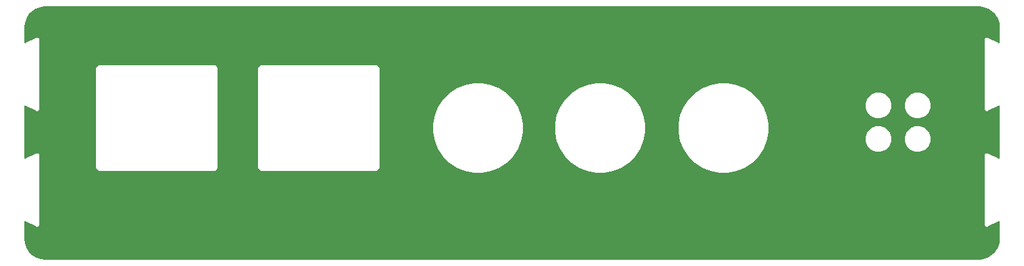
<source format=gbr>
G04 EAGLE Gerber RS-274X export*
G75*
%MOMM*%
%FSLAX34Y34*%
%LPD*%
%INTop Copper*%
%IPPOS*%
%AMOC8*
5,1,8,0,0,1.08239X$1,22.5*%
G01*
%ADD10C,4.316000*%

G36*
X1300022Y2543D02*
X1300022Y2543D01*
X1300100Y2545D01*
X1304197Y2867D01*
X1304264Y2881D01*
X1304333Y2885D01*
X1304489Y2925D01*
X1312282Y5457D01*
X1312390Y5508D01*
X1312500Y5551D01*
X1312551Y5584D01*
X1312570Y5593D01*
X1312586Y5606D01*
X1312636Y5638D01*
X1319265Y10454D01*
X1319352Y10535D01*
X1319443Y10611D01*
X1319482Y10658D01*
X1319497Y10672D01*
X1319508Y10689D01*
X1319546Y10735D01*
X1324362Y17364D01*
X1324420Y17468D01*
X1324483Y17568D01*
X1324506Y17625D01*
X1324516Y17643D01*
X1324521Y17662D01*
X1324543Y17718D01*
X1327075Y25511D01*
X1327088Y25579D01*
X1327110Y25644D01*
X1327133Y25803D01*
X1327455Y29900D01*
X1327454Y29922D01*
X1327459Y30000D01*
X1327459Y53835D01*
X1327447Y53929D01*
X1327445Y54024D01*
X1327428Y54086D01*
X1327419Y54151D01*
X1327385Y54239D01*
X1327359Y54330D01*
X1327326Y54386D01*
X1327302Y54447D01*
X1327247Y54523D01*
X1327199Y54605D01*
X1327154Y54651D01*
X1327116Y54704D01*
X1327043Y54764D01*
X1326976Y54832D01*
X1326921Y54865D01*
X1326871Y54907D01*
X1326785Y54947D01*
X1326704Y54996D01*
X1326642Y55015D01*
X1326583Y55042D01*
X1326490Y55060D01*
X1326399Y55087D01*
X1326334Y55090D01*
X1326271Y55102D01*
X1326176Y55096D01*
X1326082Y55100D01*
X1326018Y55086D01*
X1325953Y55082D01*
X1325863Y55053D01*
X1325771Y55033D01*
X1325668Y54990D01*
X1325651Y54984D01*
X1325642Y54979D01*
X1325622Y54971D01*
X1311689Y48004D01*
X1311587Y47935D01*
X1311480Y47873D01*
X1311441Y47838D01*
X1311425Y47827D01*
X1311411Y47811D01*
X1311359Y47766D01*
X1311052Y47459D01*
X1310899Y47459D01*
X1310845Y47452D01*
X1310791Y47455D01*
X1310688Y47433D01*
X1310584Y47419D01*
X1310533Y47399D01*
X1310480Y47388D01*
X1310332Y47325D01*
X1310195Y47257D01*
X1309783Y47394D01*
X1309662Y47418D01*
X1309542Y47449D01*
X1309490Y47452D01*
X1309471Y47456D01*
X1309450Y47455D01*
X1309382Y47459D01*
X1308948Y47459D01*
X1308839Y47567D01*
X1308796Y47601D01*
X1308759Y47641D01*
X1308671Y47698D01*
X1308588Y47762D01*
X1308538Y47784D01*
X1308492Y47814D01*
X1308343Y47874D01*
X1308198Y47922D01*
X1308004Y48311D01*
X1307935Y48413D01*
X1307873Y48520D01*
X1307838Y48559D01*
X1307827Y48575D01*
X1307811Y48589D01*
X1307766Y48641D01*
X1307459Y48948D01*
X1307459Y49101D01*
X1307452Y49155D01*
X1307455Y49209D01*
X1307433Y49312D01*
X1307419Y49416D01*
X1307399Y49467D01*
X1307388Y49520D01*
X1307325Y49668D01*
X1307257Y49805D01*
X1307394Y50217D01*
X1307418Y50338D01*
X1307449Y50458D01*
X1307452Y50510D01*
X1307456Y50529D01*
X1307455Y50550D01*
X1307459Y50618D01*
X1307459Y144382D01*
X1307444Y144504D01*
X1307435Y144627D01*
X1307422Y144678D01*
X1307419Y144697D01*
X1307412Y144717D01*
X1307394Y144783D01*
X1307257Y145195D01*
X1307325Y145332D01*
X1307343Y145383D01*
X1307370Y145431D01*
X1307396Y145533D01*
X1307431Y145632D01*
X1307435Y145686D01*
X1307449Y145739D01*
X1307459Y145899D01*
X1307459Y146052D01*
X1307766Y146359D01*
X1307842Y146457D01*
X1307923Y146550D01*
X1307949Y146596D01*
X1307961Y146611D01*
X1307970Y146630D01*
X1308004Y146689D01*
X1308198Y147078D01*
X1308343Y147126D01*
X1308392Y147149D01*
X1308445Y147165D01*
X1308535Y147218D01*
X1308630Y147263D01*
X1308672Y147299D01*
X1308719Y147326D01*
X1308839Y147433D01*
X1308948Y147541D01*
X1309382Y147541D01*
X1309504Y147556D01*
X1309627Y147565D01*
X1309678Y147578D01*
X1309697Y147581D01*
X1309717Y147588D01*
X1309783Y147606D01*
X1310195Y147743D01*
X1310332Y147675D01*
X1310383Y147657D01*
X1310431Y147630D01*
X1310533Y147604D01*
X1310632Y147569D01*
X1310686Y147565D01*
X1310739Y147551D01*
X1310899Y147541D01*
X1311052Y147541D01*
X1311359Y147234D01*
X1311457Y147158D01*
X1311550Y147077D01*
X1311596Y147051D01*
X1311611Y147039D01*
X1311630Y147030D01*
X1311689Y146996D01*
X1325622Y140029D01*
X1325712Y139998D01*
X1325797Y139958D01*
X1325861Y139946D01*
X1325922Y139924D01*
X1326017Y139916D01*
X1326110Y139898D01*
X1326174Y139902D01*
X1326239Y139896D01*
X1326333Y139912D01*
X1326427Y139918D01*
X1326489Y139938D01*
X1326553Y139948D01*
X1326640Y139987D01*
X1326729Y140016D01*
X1326784Y140051D01*
X1326844Y140077D01*
X1326918Y140135D01*
X1326998Y140186D01*
X1327043Y140233D01*
X1327094Y140274D01*
X1327151Y140349D01*
X1327216Y140418D01*
X1327247Y140474D01*
X1327287Y140526D01*
X1327324Y140613D01*
X1327370Y140696D01*
X1327386Y140759D01*
X1327411Y140819D01*
X1327425Y140913D01*
X1327449Y141004D01*
X1327456Y141115D01*
X1327459Y141133D01*
X1327458Y141143D01*
X1327459Y141165D01*
X1327459Y211335D01*
X1327447Y211429D01*
X1327445Y211524D01*
X1327428Y211586D01*
X1327419Y211651D01*
X1327385Y211739D01*
X1327359Y211830D01*
X1327326Y211886D01*
X1327302Y211947D01*
X1327247Y212023D01*
X1327199Y212105D01*
X1327154Y212151D01*
X1327116Y212204D01*
X1327043Y212264D01*
X1326976Y212332D01*
X1326921Y212365D01*
X1326871Y212407D01*
X1326785Y212447D01*
X1326704Y212496D01*
X1326642Y212515D01*
X1326583Y212542D01*
X1326490Y212560D01*
X1326399Y212587D01*
X1326334Y212590D01*
X1326271Y212602D01*
X1326176Y212596D01*
X1326082Y212600D01*
X1326018Y212586D01*
X1325953Y212582D01*
X1325863Y212553D01*
X1325771Y212533D01*
X1325668Y212490D01*
X1325651Y212484D01*
X1325642Y212479D01*
X1325622Y212471D01*
X1311689Y205504D01*
X1311630Y205465D01*
X1311628Y205464D01*
X1311619Y205457D01*
X1311587Y205435D01*
X1311480Y205373D01*
X1311441Y205338D01*
X1311425Y205327D01*
X1311411Y205311D01*
X1311374Y205279D01*
X1311371Y205277D01*
X1311370Y205275D01*
X1311359Y205266D01*
X1311052Y204959D01*
X1310899Y204959D01*
X1310845Y204952D01*
X1310791Y204955D01*
X1310688Y204933D01*
X1310584Y204919D01*
X1310533Y204899D01*
X1310480Y204888D01*
X1310332Y204825D01*
X1310195Y204757D01*
X1309783Y204894D01*
X1309662Y204918D01*
X1309542Y204949D01*
X1309490Y204952D01*
X1309471Y204956D01*
X1309450Y204955D01*
X1309382Y204959D01*
X1308948Y204959D01*
X1308839Y205067D01*
X1308796Y205101D01*
X1308759Y205141D01*
X1308671Y205198D01*
X1308588Y205262D01*
X1308538Y205284D01*
X1308492Y205314D01*
X1308343Y205374D01*
X1308198Y205422D01*
X1308004Y205811D01*
X1307935Y205913D01*
X1307873Y206020D01*
X1307838Y206059D01*
X1307827Y206075D01*
X1307811Y206089D01*
X1307766Y206141D01*
X1307459Y206448D01*
X1307459Y206601D01*
X1307452Y206655D01*
X1307455Y206709D01*
X1307433Y206812D01*
X1307419Y206916D01*
X1307399Y206967D01*
X1307388Y207020D01*
X1307325Y207168D01*
X1307257Y207305D01*
X1307394Y207717D01*
X1307418Y207838D01*
X1307449Y207958D01*
X1307452Y208010D01*
X1307456Y208029D01*
X1307455Y208050D01*
X1307459Y208118D01*
X1307459Y301882D01*
X1307444Y302004D01*
X1307435Y302127D01*
X1307422Y302178D01*
X1307419Y302197D01*
X1307412Y302217D01*
X1307394Y302283D01*
X1307257Y302695D01*
X1307325Y302832D01*
X1307343Y302883D01*
X1307370Y302931D01*
X1307396Y303033D01*
X1307431Y303132D01*
X1307435Y303186D01*
X1307449Y303239D01*
X1307459Y303399D01*
X1307459Y303552D01*
X1307766Y303859D01*
X1307842Y303957D01*
X1307923Y304050D01*
X1307949Y304096D01*
X1307961Y304111D01*
X1307970Y304130D01*
X1308004Y304189D01*
X1308198Y304578D01*
X1308343Y304626D01*
X1308392Y304649D01*
X1308445Y304665D01*
X1308535Y304718D01*
X1308630Y304763D01*
X1308672Y304798D01*
X1308719Y304826D01*
X1308839Y304933D01*
X1308948Y305041D01*
X1309382Y305041D01*
X1309504Y305056D01*
X1309627Y305065D01*
X1309678Y305078D01*
X1309697Y305081D01*
X1309717Y305088D01*
X1309783Y305106D01*
X1310195Y305243D01*
X1310332Y305175D01*
X1310383Y305157D01*
X1310431Y305130D01*
X1310533Y305104D01*
X1310632Y305069D01*
X1310686Y305065D01*
X1310739Y305051D01*
X1310899Y305041D01*
X1311052Y305041D01*
X1311359Y304734D01*
X1311457Y304658D01*
X1311550Y304577D01*
X1311596Y304551D01*
X1311611Y304539D01*
X1311630Y304530D01*
X1311689Y304496D01*
X1325622Y297529D01*
X1325712Y297498D01*
X1325797Y297458D01*
X1325861Y297446D01*
X1325922Y297424D01*
X1326017Y297416D01*
X1326110Y297398D01*
X1326174Y297402D01*
X1326239Y297396D01*
X1326333Y297412D01*
X1326427Y297418D01*
X1326489Y297438D01*
X1326553Y297448D01*
X1326640Y297487D01*
X1326729Y297516D01*
X1326784Y297551D01*
X1326844Y297577D01*
X1326918Y297635D01*
X1326998Y297686D01*
X1327043Y297733D01*
X1327094Y297774D01*
X1327151Y297849D01*
X1327216Y297918D01*
X1327247Y297974D01*
X1327287Y298026D01*
X1327324Y298113D01*
X1327370Y298196D01*
X1327386Y298259D01*
X1327411Y298319D01*
X1327425Y298413D01*
X1327449Y298504D01*
X1327456Y298615D01*
X1327459Y298633D01*
X1327458Y298643D01*
X1327459Y298665D01*
X1327459Y320000D01*
X1327457Y320022D01*
X1327455Y320100D01*
X1327133Y324197D01*
X1327119Y324264D01*
X1327115Y324333D01*
X1327075Y324489D01*
X1324543Y332282D01*
X1324492Y332390D01*
X1324449Y332500D01*
X1324416Y332551D01*
X1324407Y332570D01*
X1324394Y332586D01*
X1324362Y332636D01*
X1319546Y339265D01*
X1319465Y339352D01*
X1319389Y339443D01*
X1319342Y339482D01*
X1319328Y339497D01*
X1319311Y339508D01*
X1319265Y339546D01*
X1312636Y344362D01*
X1312532Y344420D01*
X1312432Y344483D01*
X1312375Y344506D01*
X1312357Y344516D01*
X1312338Y344521D01*
X1312282Y344543D01*
X1304489Y347075D01*
X1304421Y347088D01*
X1304356Y347110D01*
X1304197Y347133D01*
X1300100Y347455D01*
X1300078Y347454D01*
X1300000Y347459D01*
X30000Y347459D01*
X29978Y347457D01*
X29900Y347455D01*
X25803Y347133D01*
X25736Y347119D01*
X25667Y347115D01*
X25511Y347075D01*
X17718Y344543D01*
X17610Y344492D01*
X17500Y344449D01*
X17449Y344416D01*
X17430Y344407D01*
X17414Y344394D01*
X17364Y344362D01*
X10735Y339546D01*
X10648Y339465D01*
X10557Y339389D01*
X10518Y339342D01*
X10503Y339328D01*
X10492Y339311D01*
X10454Y339265D01*
X5638Y332636D01*
X5580Y332532D01*
X5517Y332432D01*
X5494Y332375D01*
X5484Y332357D01*
X5479Y332338D01*
X5457Y332282D01*
X2925Y324489D01*
X2912Y324421D01*
X2890Y324356D01*
X2867Y324197D01*
X2545Y320100D01*
X2546Y320078D01*
X2541Y320000D01*
X2541Y298665D01*
X2553Y298571D01*
X2555Y298476D01*
X2572Y298414D01*
X2581Y298349D01*
X2615Y298261D01*
X2641Y298170D01*
X2674Y298114D01*
X2698Y298053D01*
X2753Y297977D01*
X2801Y297895D01*
X2846Y297849D01*
X2884Y297796D01*
X2957Y297736D01*
X3024Y297668D01*
X3079Y297635D01*
X3129Y297593D01*
X3215Y297553D01*
X3296Y297504D01*
X3358Y297485D01*
X3417Y297458D01*
X3510Y297440D01*
X3601Y297413D01*
X3666Y297410D01*
X3729Y297398D01*
X3824Y297404D01*
X3918Y297400D01*
X3982Y297414D01*
X4047Y297418D01*
X4137Y297447D01*
X4229Y297467D01*
X4332Y297510D01*
X4349Y297516D01*
X4358Y297521D01*
X4378Y297529D01*
X18311Y304496D01*
X18413Y304565D01*
X18520Y304627D01*
X18559Y304662D01*
X18575Y304673D01*
X18589Y304689D01*
X18641Y304734D01*
X18948Y305041D01*
X19101Y305041D01*
X19155Y305048D01*
X19209Y305045D01*
X19312Y305067D01*
X19416Y305081D01*
X19467Y305101D01*
X19520Y305112D01*
X19668Y305175D01*
X19805Y305243D01*
X20217Y305106D01*
X20338Y305082D01*
X20458Y305051D01*
X20510Y305048D01*
X20529Y305044D01*
X20550Y305045D01*
X20618Y305041D01*
X21052Y305041D01*
X21161Y304933D01*
X21204Y304899D01*
X21241Y304859D01*
X21329Y304802D01*
X21412Y304738D01*
X21462Y304716D01*
X21508Y304686D01*
X21657Y304626D01*
X21802Y304578D01*
X21996Y304189D01*
X22064Y304087D01*
X22127Y303980D01*
X22162Y303941D01*
X22173Y303925D01*
X22189Y303911D01*
X22234Y303859D01*
X22541Y303552D01*
X22541Y303399D01*
X22548Y303345D01*
X22545Y303291D01*
X22567Y303188D01*
X22581Y303084D01*
X22601Y303033D01*
X22612Y302980D01*
X22675Y302832D01*
X22743Y302695D01*
X22606Y302283D01*
X22582Y302162D01*
X22551Y302042D01*
X22548Y301990D01*
X22544Y301971D01*
X22545Y301950D01*
X22541Y301882D01*
X22541Y208118D01*
X22556Y207996D01*
X22565Y207873D01*
X22578Y207822D01*
X22581Y207803D01*
X22588Y207783D01*
X22606Y207717D01*
X22743Y207305D01*
X22675Y207168D01*
X22657Y207117D01*
X22630Y207069D01*
X22604Y206968D01*
X22569Y206868D01*
X22565Y206814D01*
X22551Y206761D01*
X22541Y206601D01*
X22541Y206448D01*
X22234Y206141D01*
X22158Y206043D01*
X22077Y205950D01*
X22050Y205904D01*
X22039Y205889D01*
X22030Y205870D01*
X21996Y205811D01*
X21802Y205422D01*
X21657Y205374D01*
X21608Y205351D01*
X21555Y205335D01*
X21465Y205282D01*
X21370Y205237D01*
X21328Y205202D01*
X21281Y205174D01*
X21161Y205067D01*
X21052Y204959D01*
X20618Y204959D01*
X20496Y204944D01*
X20373Y204935D01*
X20322Y204922D01*
X20303Y204919D01*
X20283Y204912D01*
X20217Y204894D01*
X19805Y204757D01*
X19668Y204825D01*
X19617Y204843D01*
X19569Y204870D01*
X19468Y204896D01*
X19368Y204931D01*
X19314Y204935D01*
X19261Y204949D01*
X19101Y204959D01*
X18948Y204959D01*
X18641Y205266D01*
X18556Y205332D01*
X18507Y205378D01*
X18493Y205386D01*
X18450Y205423D01*
X18404Y205449D01*
X18389Y205461D01*
X18370Y205470D01*
X18311Y205504D01*
X4378Y212471D01*
X4288Y212502D01*
X4203Y212542D01*
X4139Y212554D01*
X4078Y212576D01*
X3983Y212584D01*
X3890Y212602D01*
X3826Y212598D01*
X3761Y212604D01*
X3667Y212588D01*
X3573Y212582D01*
X3511Y212562D01*
X3447Y212552D01*
X3360Y212513D01*
X3271Y212484D01*
X3216Y212449D01*
X3156Y212423D01*
X3082Y212365D01*
X3002Y212314D01*
X2957Y212267D01*
X2906Y212226D01*
X2849Y212151D01*
X2784Y212082D01*
X2753Y212026D01*
X2713Y211974D01*
X2676Y211886D01*
X2630Y211804D01*
X2614Y211741D01*
X2589Y211681D01*
X2575Y211587D01*
X2551Y211496D01*
X2544Y211385D01*
X2541Y211367D01*
X2542Y211357D01*
X2541Y211335D01*
X2541Y141165D01*
X2553Y141071D01*
X2555Y140976D01*
X2572Y140914D01*
X2581Y140849D01*
X2615Y140761D01*
X2641Y140670D01*
X2674Y140614D01*
X2698Y140553D01*
X2753Y140477D01*
X2801Y140395D01*
X2846Y140349D01*
X2884Y140296D01*
X2957Y140236D01*
X3024Y140168D01*
X3079Y140135D01*
X3129Y140093D01*
X3215Y140053D01*
X3296Y140004D01*
X3358Y139985D01*
X3417Y139958D01*
X3510Y139940D01*
X3601Y139913D01*
X3666Y139910D01*
X3729Y139898D01*
X3824Y139904D01*
X3918Y139900D01*
X3982Y139914D01*
X4047Y139918D01*
X4137Y139947D01*
X4229Y139967D01*
X4332Y140010D01*
X4349Y140016D01*
X4358Y140021D01*
X4378Y140029D01*
X18311Y146996D01*
X18413Y147065D01*
X18520Y147127D01*
X18559Y147162D01*
X18575Y147173D01*
X18589Y147189D01*
X18641Y147234D01*
X18948Y147541D01*
X19101Y147541D01*
X19155Y147548D01*
X19209Y147545D01*
X19312Y147567D01*
X19416Y147581D01*
X19467Y147601D01*
X19520Y147612D01*
X19668Y147675D01*
X19805Y147743D01*
X20217Y147606D01*
X20338Y147582D01*
X20458Y147551D01*
X20510Y147548D01*
X20529Y147544D01*
X20550Y147545D01*
X20618Y147541D01*
X21052Y147541D01*
X21161Y147433D01*
X21204Y147399D01*
X21241Y147359D01*
X21329Y147302D01*
X21412Y147238D01*
X21462Y147216D01*
X21508Y147186D01*
X21657Y147126D01*
X21802Y147078D01*
X21996Y146689D01*
X22065Y146587D01*
X22127Y146480D01*
X22162Y146441D01*
X22173Y146425D01*
X22189Y146411D01*
X22234Y146359D01*
X22541Y146052D01*
X22541Y145899D01*
X22548Y145845D01*
X22545Y145791D01*
X22567Y145688D01*
X22581Y145584D01*
X22601Y145533D01*
X22612Y145480D01*
X22675Y145332D01*
X22743Y145195D01*
X22606Y144783D01*
X22582Y144662D01*
X22551Y144542D01*
X22548Y144490D01*
X22544Y144471D01*
X22545Y144450D01*
X22541Y144382D01*
X22541Y50618D01*
X22556Y50496D01*
X22565Y50373D01*
X22578Y50322D01*
X22581Y50303D01*
X22588Y50283D01*
X22606Y50217D01*
X22743Y49805D01*
X22675Y49668D01*
X22657Y49617D01*
X22630Y49569D01*
X22604Y49468D01*
X22569Y49368D01*
X22565Y49314D01*
X22551Y49261D01*
X22541Y49101D01*
X22541Y48948D01*
X22234Y48641D01*
X22158Y48543D01*
X22077Y48450D01*
X22050Y48404D01*
X22039Y48389D01*
X22030Y48370D01*
X21996Y48311D01*
X21802Y47922D01*
X21657Y47874D01*
X21608Y47851D01*
X21555Y47835D01*
X21465Y47782D01*
X21370Y47737D01*
X21328Y47702D01*
X21281Y47674D01*
X21161Y47567D01*
X21052Y47459D01*
X20618Y47459D01*
X20496Y47444D01*
X20373Y47435D01*
X20322Y47422D01*
X20303Y47419D01*
X20283Y47412D01*
X20217Y47394D01*
X19805Y47257D01*
X19668Y47325D01*
X19617Y47343D01*
X19569Y47370D01*
X19468Y47396D01*
X19368Y47431D01*
X19314Y47435D01*
X19261Y47449D01*
X19101Y47459D01*
X18948Y47459D01*
X18641Y47766D01*
X18543Y47842D01*
X18450Y47923D01*
X18404Y47949D01*
X18389Y47961D01*
X18370Y47970D01*
X18311Y48004D01*
X4378Y54971D01*
X4288Y55002D01*
X4203Y55042D01*
X4139Y55054D01*
X4078Y55076D01*
X3983Y55084D01*
X3890Y55102D01*
X3826Y55098D01*
X3761Y55104D01*
X3667Y55088D01*
X3573Y55082D01*
X3511Y55062D01*
X3447Y55052D01*
X3360Y55013D01*
X3271Y54984D01*
X3216Y54949D01*
X3156Y54923D01*
X3082Y54865D01*
X3002Y54814D01*
X2957Y54767D01*
X2906Y54726D01*
X2849Y54651D01*
X2784Y54582D01*
X2753Y54526D01*
X2713Y54474D01*
X2676Y54387D01*
X2630Y54304D01*
X2614Y54241D01*
X2589Y54181D01*
X2575Y54087D01*
X2551Y53996D01*
X2544Y53885D01*
X2541Y53867D01*
X2542Y53857D01*
X2541Y53835D01*
X2541Y30000D01*
X2543Y29978D01*
X2545Y29900D01*
X2867Y25803D01*
X2881Y25736D01*
X2885Y25667D01*
X2925Y25511D01*
X5457Y17718D01*
X5508Y17610D01*
X5551Y17500D01*
X5584Y17449D01*
X5593Y17430D01*
X5606Y17414D01*
X5638Y17364D01*
X10454Y10735D01*
X10535Y10648D01*
X10611Y10557D01*
X10658Y10518D01*
X10672Y10503D01*
X10689Y10492D01*
X10735Y10454D01*
X10810Y10399D01*
X17364Y5638D01*
X17468Y5580D01*
X17568Y5517D01*
X17625Y5494D01*
X17643Y5484D01*
X17662Y5479D01*
X17718Y5457D01*
X25511Y2925D01*
X25579Y2912D01*
X25644Y2890D01*
X25803Y2867D01*
X29900Y2545D01*
X29922Y2546D01*
X30000Y2541D01*
X1300000Y2541D01*
X1300022Y2543D01*
G37*
%LPC*%
G36*
X324215Y123459D02*
X324215Y123459D01*
X321644Y124944D01*
X320159Y127515D01*
X320159Y263485D01*
X321644Y266056D01*
X324215Y267541D01*
X481185Y267541D01*
X483756Y266056D01*
X485241Y263485D01*
X485241Y127515D01*
X483756Y124944D01*
X481185Y123459D01*
X324215Y123459D01*
G37*
%LPD*%
%LPC*%
G36*
X104215Y123459D02*
X104215Y123459D01*
X101644Y124944D01*
X100159Y127515D01*
X100159Y263485D01*
X101644Y266056D01*
X104215Y267541D01*
X261185Y267541D01*
X263756Y266056D01*
X265241Y263485D01*
X265241Y127515D01*
X263756Y124944D01*
X261185Y123459D01*
X104215Y123459D01*
G37*
%LPD*%
%LPC*%
G36*
X946132Y120759D02*
X946132Y120759D01*
X934339Y123105D01*
X923230Y127706D01*
X913233Y134387D01*
X904730Y142889D01*
X898050Y152886D01*
X893449Y163995D01*
X891103Y175788D01*
X891103Y187812D01*
X893449Y199605D01*
X898050Y210714D01*
X904730Y220711D01*
X913233Y229213D01*
X923230Y235894D01*
X934339Y240495D01*
X946132Y242841D01*
X958156Y242841D01*
X969949Y240495D01*
X981058Y235894D01*
X991055Y229213D01*
X999557Y220711D01*
X1006238Y210714D01*
X1010839Y199605D01*
X1013185Y187812D01*
X1013185Y175788D01*
X1010839Y163995D01*
X1006238Y152886D01*
X999557Y142889D01*
X991055Y134387D01*
X981058Y127706D01*
X969949Y123105D01*
X958156Y120759D01*
X946132Y120759D01*
G37*
%LPD*%
%LPC*%
G36*
X778492Y120759D02*
X778492Y120759D01*
X766699Y123105D01*
X755590Y127706D01*
X745593Y134387D01*
X737090Y142889D01*
X730410Y152886D01*
X725809Y163995D01*
X723463Y175788D01*
X723463Y187812D01*
X725809Y199605D01*
X730410Y210714D01*
X737090Y220711D01*
X745593Y229213D01*
X755590Y235894D01*
X766699Y240495D01*
X778492Y242841D01*
X790516Y242841D01*
X802309Y240495D01*
X813418Y235894D01*
X823415Y229213D01*
X831917Y220711D01*
X838598Y210714D01*
X843199Y199605D01*
X845545Y187812D01*
X845545Y175788D01*
X843199Y163995D01*
X838598Y152886D01*
X831917Y142889D01*
X823415Y134387D01*
X813418Y127706D01*
X802309Y123105D01*
X790516Y120759D01*
X778492Y120759D01*
G37*
%LPD*%
%LPC*%
G36*
X612884Y120759D02*
X612884Y120759D01*
X601091Y123105D01*
X589982Y127706D01*
X579985Y134387D01*
X571482Y142889D01*
X564802Y152886D01*
X560201Y163995D01*
X557855Y175788D01*
X557855Y187812D01*
X560201Y199605D01*
X564802Y210714D01*
X571482Y220711D01*
X579985Y229213D01*
X589982Y235894D01*
X601091Y240495D01*
X612884Y242841D01*
X624908Y242841D01*
X636701Y240495D01*
X647810Y235894D01*
X657807Y229213D01*
X666309Y220711D01*
X672990Y210714D01*
X677591Y199605D01*
X679937Y187812D01*
X679937Y175788D01*
X677591Y163995D01*
X672990Y152886D01*
X666309Y142889D01*
X657807Y134387D01*
X647810Y127706D01*
X636701Y123105D01*
X624908Y120759D01*
X612884Y120759D01*
G37*
%LPD*%
%LPC*%
G36*
X1212491Y195059D02*
X1212491Y195059D01*
X1206044Y197730D01*
X1201110Y202664D01*
X1198439Y209111D01*
X1198439Y216089D01*
X1201110Y222536D01*
X1206044Y227470D01*
X1212491Y230141D01*
X1219469Y230141D01*
X1225916Y227470D01*
X1230850Y222536D01*
X1233521Y216089D01*
X1233521Y209111D01*
X1230850Y202664D01*
X1225916Y197730D01*
X1219469Y195059D01*
X1212491Y195059D01*
G37*
%LPD*%
%LPC*%
G36*
X1159151Y195059D02*
X1159151Y195059D01*
X1152704Y197730D01*
X1147770Y202664D01*
X1145099Y209111D01*
X1145099Y216089D01*
X1147770Y222536D01*
X1152704Y227470D01*
X1159151Y230141D01*
X1166129Y230141D01*
X1172576Y227470D01*
X1177510Y222536D01*
X1180181Y216089D01*
X1180181Y209111D01*
X1177510Y202664D01*
X1172576Y197730D01*
X1166129Y195059D01*
X1159151Y195059D01*
G37*
%LPD*%
%LPC*%
G36*
X1212491Y149359D02*
X1212491Y149359D01*
X1206044Y152030D01*
X1201110Y156964D01*
X1198439Y163411D01*
X1198439Y170389D01*
X1201110Y176836D01*
X1206044Y181770D01*
X1212491Y184441D01*
X1219469Y184441D01*
X1225916Y181770D01*
X1230850Y176836D01*
X1233521Y170389D01*
X1233521Y163411D01*
X1230850Y156964D01*
X1225916Y152030D01*
X1219469Y149359D01*
X1212491Y149359D01*
G37*
%LPD*%
%LPC*%
G36*
X1159151Y149359D02*
X1159151Y149359D01*
X1152704Y152030D01*
X1147770Y156964D01*
X1145099Y163411D01*
X1145099Y170389D01*
X1147770Y176836D01*
X1152704Y181770D01*
X1159151Y184441D01*
X1166129Y184441D01*
X1172576Y181770D01*
X1177510Y176836D01*
X1180181Y170389D01*
X1180181Y163411D01*
X1177510Y156964D01*
X1172576Y152030D01*
X1166129Y149359D01*
X1159151Y149359D01*
G37*
%LPD*%
D10*
X59210Y306600D03*
X59210Y56700D03*
X1269210Y56700D03*
X1269210Y306600D03*
M02*

</source>
